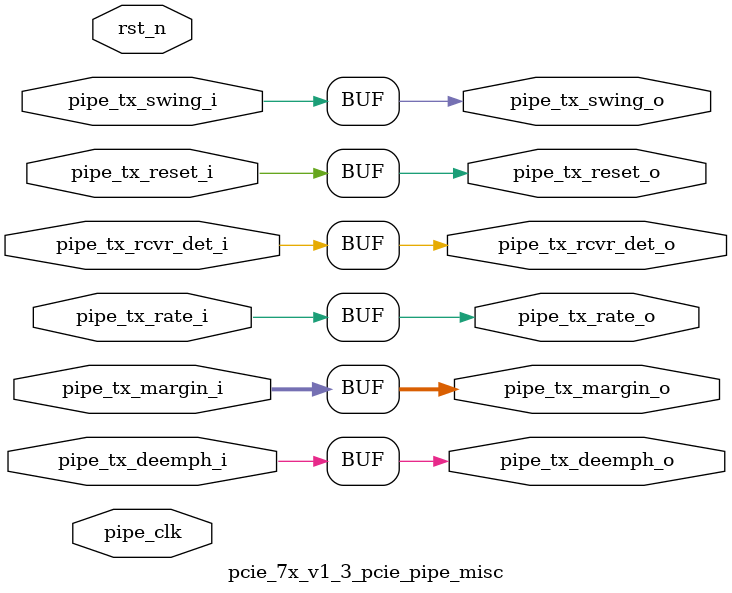
<source format=v>

`timescale 1ps/1ps

module pcie_7x_v1_3_pcie_pipe_misc #
(
    parameter        PIPE_PIPELINE_STAGES = 0    // 0 - 0 stages, 1 - 1 stage, 2 - 2 stages
)
(

    input   wire        pipe_tx_rcvr_det_i       ,     // PIPE Tx Receiver Detect
    input   wire        pipe_tx_reset_i          ,     // PIPE Tx Reset
    input   wire        pipe_tx_rate_i           ,     // PIPE Tx Rate
    input   wire        pipe_tx_deemph_i         ,     // PIPE Tx Deemphasis
    input   wire [2:0]  pipe_tx_margin_i         ,     // PIPE Tx Margin
    input   wire        pipe_tx_swing_i          ,     // PIPE Tx Swing

    output  wire        pipe_tx_rcvr_det_o       ,     // Pipelined PIPE Tx Receiver Detect
    output  wire        pipe_tx_reset_o          ,     // Pipelined PIPE Tx Reset
    output  wire        pipe_tx_rate_o           ,     // Pipelined PIPE Tx Rate
    output  wire        pipe_tx_deemph_o         ,     // Pipelined PIPE Tx Deemphasis
    output  wire [2:0]  pipe_tx_margin_o         ,     // Pipelined PIPE Tx Margin
    output  wire        pipe_tx_swing_o          ,     // Pipelined PIPE Tx Swing

    input   wire        pipe_clk                ,      // PIPE Clock
    input   wire        rst_n                          // Reset
);

//******************************************************************//
// Reality check.                                                   //
//******************************************************************//

    parameter TCQ  = 1;      // clock to out delay model

    reg                pipe_tx_rcvr_det_q       ;
    reg                pipe_tx_reset_q          ;
    reg                pipe_tx_rate_q           ;
    reg                pipe_tx_deemph_q         ;
    reg [2:0]          pipe_tx_margin_q         ;
    reg                pipe_tx_swing_q          ;

    reg                pipe_tx_rcvr_det_qq      ;
    reg                pipe_tx_reset_qq         ;
    reg                pipe_tx_rate_qq          ;
    reg                pipe_tx_deemph_qq        ;
    reg [2:0]          pipe_tx_margin_qq        ;
    reg                pipe_tx_swing_qq         ;

    generate

    if (PIPE_PIPELINE_STAGES == 0) begin : pipe_stages_0

        assign pipe_tx_rcvr_det_o = pipe_tx_rcvr_det_i;
        assign pipe_tx_reset_o  = pipe_tx_reset_i;
        assign pipe_tx_rate_o = pipe_tx_rate_i;
        assign pipe_tx_deemph_o = pipe_tx_deemph_i;
        assign pipe_tx_margin_o = pipe_tx_margin_i;
        assign pipe_tx_swing_o = pipe_tx_swing_i;

    end // if (PIPE_PIPELINE_STAGES == 0)
    else if (PIPE_PIPELINE_STAGES == 1) begin : pipe_stages_1

        always @(posedge pipe_clk) begin

        if (rst_n)
        begin

            pipe_tx_rcvr_det_q <= #TCQ 0;
            pipe_tx_reset_q  <= #TCQ 1'b1;
            pipe_tx_rate_q <= #TCQ 0;
            pipe_tx_deemph_q <= #TCQ 1'b1;
            pipe_tx_margin_q <= #TCQ 0;
            pipe_tx_swing_q <= #TCQ 0;

        end
        else
        begin

            pipe_tx_rcvr_det_q <= #TCQ pipe_tx_rcvr_det_i;
            pipe_tx_reset_q  <= #TCQ pipe_tx_reset_i;
            pipe_tx_rate_q <= #TCQ pipe_tx_rate_i;
            pipe_tx_deemph_q <= #TCQ pipe_tx_deemph_i;
            pipe_tx_margin_q <= #TCQ pipe_tx_margin_i;
            pipe_tx_swing_q <= #TCQ pipe_tx_swing_i;

          end

        end

        assign pipe_tx_rcvr_det_o = pipe_tx_rcvr_det_q;
        assign pipe_tx_reset_o  = pipe_tx_reset_q;
        assign pipe_tx_rate_o = pipe_tx_rate_q;
        assign pipe_tx_deemph_o = pipe_tx_deemph_q;
        assign pipe_tx_margin_o = pipe_tx_margin_q;
        assign pipe_tx_swing_o = pipe_tx_swing_q;

    end // if (PIPE_PIPELINE_STAGES == 1)
    else if (PIPE_PIPELINE_STAGES == 2) begin : pipe_stages_2

        always @(posedge pipe_clk) begin

        if (rst_n)
        begin

            pipe_tx_rcvr_det_q <= #TCQ 0;
            pipe_tx_reset_q  <= #TCQ 1'b1;
            pipe_tx_rate_q <= #TCQ 0;
            pipe_tx_deemph_q <= #TCQ 1'b1;
            pipe_tx_margin_q <= #TCQ 0;
            pipe_tx_swing_q <= #TCQ 0;

            pipe_tx_rcvr_det_qq <= #TCQ 0;
            pipe_tx_reset_qq  <= #TCQ 1'b1;
            pipe_tx_rate_qq <= #TCQ 0;
            pipe_tx_deemph_qq <= #TCQ 1'b1;
            pipe_tx_margin_qq <= #TCQ 0;
            pipe_tx_swing_qq <= #TCQ 0;

        end
        else
        begin

            pipe_tx_rcvr_det_q <= #TCQ pipe_tx_rcvr_det_i;
            pipe_tx_reset_q  <= #TCQ pipe_tx_reset_i;
            pipe_tx_rate_q <= #TCQ pipe_tx_rate_i;
            pipe_tx_deemph_q <= #TCQ pipe_tx_deemph_i;
            pipe_tx_margin_q <= #TCQ pipe_tx_margin_i;
            pipe_tx_swing_q <= #TCQ pipe_tx_swing_i;

            pipe_tx_rcvr_det_qq <= #TCQ pipe_tx_rcvr_det_q;
            pipe_tx_reset_qq  <= #TCQ pipe_tx_reset_q;
            pipe_tx_rate_qq <= #TCQ pipe_tx_rate_q;
            pipe_tx_deemph_qq <= #TCQ pipe_tx_deemph_q;
            pipe_tx_margin_qq <= #TCQ pipe_tx_margin_q;
            pipe_tx_swing_qq <= #TCQ pipe_tx_swing_q;

          end

        end

        assign pipe_tx_rcvr_det_o = pipe_tx_rcvr_det_qq;
        assign pipe_tx_reset_o  = pipe_tx_reset_qq;
        assign pipe_tx_rate_o = pipe_tx_rate_qq;
        assign pipe_tx_deemph_o = pipe_tx_deemph_qq;
        assign pipe_tx_margin_o = pipe_tx_margin_qq;
        assign pipe_tx_swing_o = pipe_tx_swing_qq;

    end // if (PIPE_PIPELINE_STAGES == 2)

    endgenerate

endmodule


</source>
